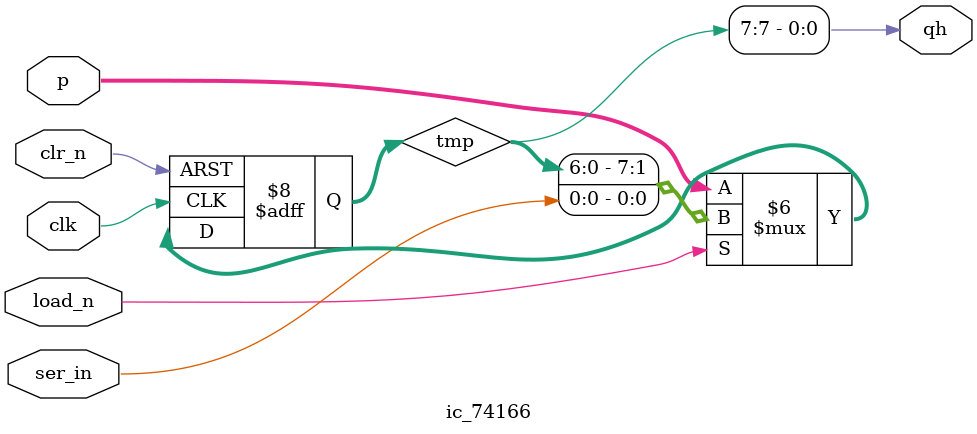
<source format=v>
`timescale 1ns / 1ps


module ic_74166(
    input clk,
    input ser_in,
    input [7:0] p,
    input load_n,
    input clr_n,
    output qh 
    );
    
    reg [7:0] tmp;

    initial
    begin
        tmp <= 0;
    end
    
    always @(posedge clk, negedge clr_n)
    begin
        if ( ! clr_n )
            tmp <= 0;
        else
            if ( ! load_n )
                tmp <= p;
            else
                tmp <= {tmp[6:0], ser_in};
    end
    
    assign qh = tmp[7];
    
endmodule

</source>
